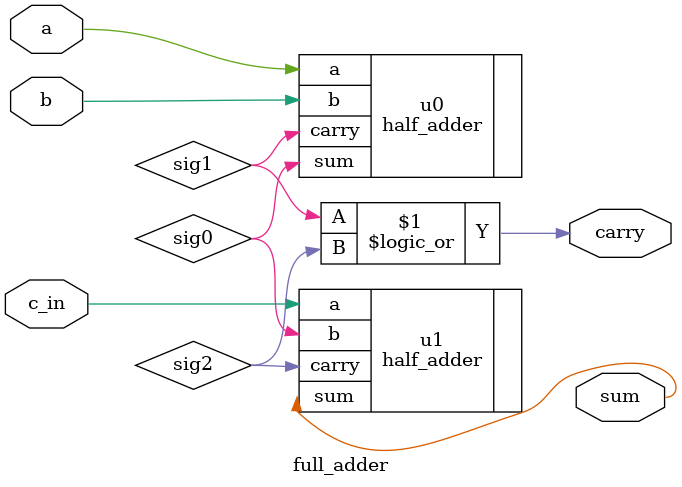
<source format=v>

module full_adder  (
input wire a,b,c_in,
output sum,carry 
);
wire sig0,sig1,sig2;
half_adder u0 (
.a(a),
.b(b),
.sum(sig0),
.carry(sig1)
);

half_adder u1 (
.a(c_in),
.b(sig0),
.sum(sum),
.carry(sig2)
);
assign carry = sig1 || sig2;
endmodule

</source>
